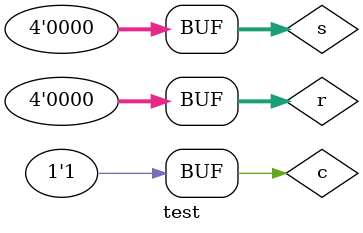
<source format=v>
`timescale 1ns / 1ps
module test();

reg [3:0] s,r;
reg c;
wire [3:0] q,qn;

main UUT(.s(s),.r(r),.c(c),.q(q),.qn(qn));

initial begin
{c,s,r}={1'b0,4'h0,4'h0};
/*
c = 1'b0;
s = 4'h0;
r = 4'h0;
*/
#10;
{c,s,r}={1'b0,4'hF,4'h0};
/*
c = 1'b0;
s = 4'hF;
r = 4'h0;
*/
#10;
{c,s,r}={1'b1,4'h0,4'h0};
/*
c = 1'b1;
s = 4'h0;
r = 4'h0;
*/
#10;
{c,s,r}={1'b1,4'hA,4'h5};
/*
c = 1'b1;
s = 4'hA;
r = 4'h5;
*/
#10;
{c,s,r}={1'b1,4'h0,4'h0};
/*
c = 1'b1;
s = 4'h0;
r = 4'h0;
*/
#10;
{c,s,r}={1'b1,4'hF,4'hA};
/*
c = 1'b1;
s = 4'hF;
r = 4'hA;
*/
#10;
{c,s,r}={1'b1,4'h0,4'h5};
/*
c = 1'b1;
s = 4'h0;
r = 4'h5;
*/
#10; // delay
{c,s[3:0],r[3:0]}={1'b1,4'h0,4'h0}; // fark etmiyor istersen tek tek ver
/*
c = 1'b1;
s = 4'h0;
r = 4'h0;
*/
#10;

end

endmodule

</source>
